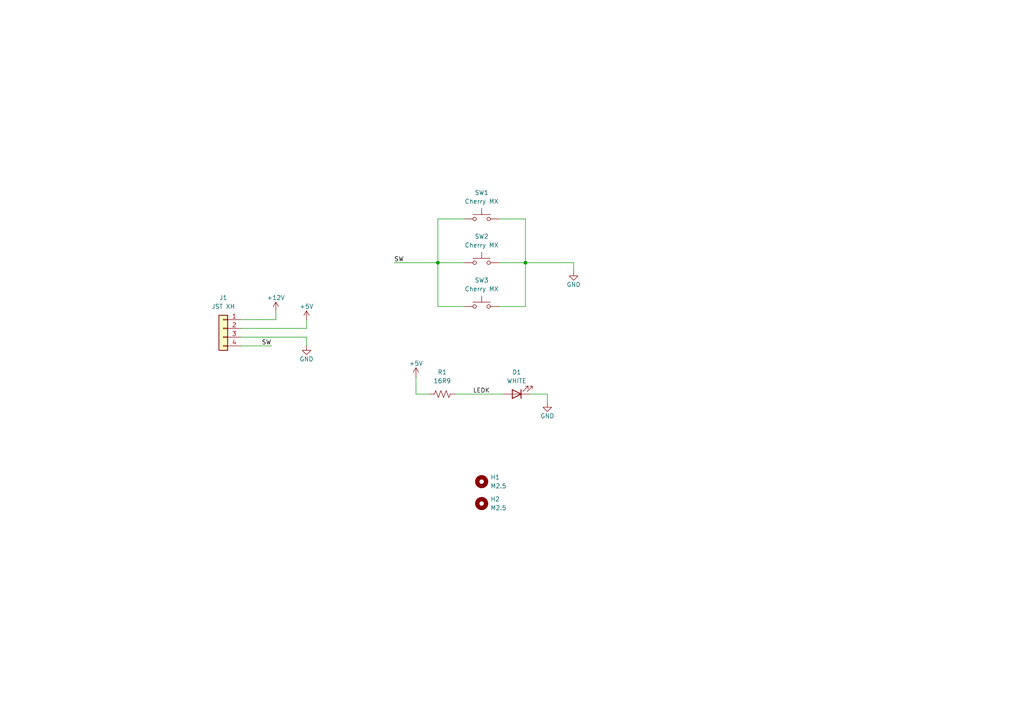
<source format=kicad_sch>
(kicad_sch (version 20231120) (generator "eeschema") (generator_version "8.0")
  (paper "A4")
  (lib_symbols
    (symbol "Connector_Generic:Conn_01x04" (pin_names (offset 1.016) hide)
      (property "Reference" "J" (at 0 5.08 0))
      (property "Value" "Conn_01x04" (at 0 -7.62 0))
      (symbol "Conn_01x04_1_1"
        (rectangle (start -1.27 -4.953) (end 0 -5.207) (stroke (width 0.1524)))
        (rectangle (start -1.27 -2.413) (end 0 -2.667) (stroke (width 0.1524)))
        (rectangle (start -1.27 0.127) (end 0 -0.127) (stroke (width 0.1524)))
        (rectangle (start -1.27 2.667) (end 0 2.413) (stroke (width 0.1524)))
        (rectangle (start -1.27 3.81) (end 1.27 -6.35) (stroke (width 0.254)) (fill (type background)))
        (pin passive line (at -5.08 2.54 0) (length 3.81) (name "Pin_1") (number "1"))
        (pin passive line (at -5.08 0 0) (length 3.81) (name "Pin_2") (number "2"))
        (pin passive line (at -5.08 -2.54 0) (length 3.81) (name "Pin_3") (number "3"))
        (pin passive line (at -5.08 -5.08 0) (length 3.81) (name "Pin_4") (number "4"))
      )
    )
    (symbol "Device:LED" (pin_numbers hide) (pin_names (offset 1.016) hide)
      (property "Reference" "D" (at 0 2.54 0))
      (property "Value" "LED" (at 0 -2.54 0))
      (symbol "LED_0_1"
        (polyline (pts (xy -1.27 -1.27) (xy -1.27 1.27)) (stroke (width 0.254)))
        (polyline (pts (xy -1.27 0) (xy 1.27 0)))
        (polyline (pts (xy 1.27 -1.27) (xy 1.27 1.27) (xy -1.27 0) (xy 1.27 -1.27)) (stroke (width 0.254)))
        (polyline (pts (xy -3.048 -0.762) (xy -4.572 -2.286) (xy -3.81 -2.286) (xy -4.572 -2.286) (xy -4.572 -1.524)))
        (polyline (pts (xy -1.778 -0.762) (xy -3.302 -2.286) (xy -2.54 -2.286) (xy -3.302 -2.286) (xy -3.302 -1.524)))
      )
      (symbol "LED_1_1"
        (pin passive line (at -3.81 0 0) (length 2.54) (name "K") (number "1"))
        (pin passive line (at 3.81 0 180) (length 2.54) (name "A") (number "2"))
      )
    )
    (symbol "Device:R_US" (pin_numbers hide) (pin_names (offset 0))
      (property "Reference" "R" (at 2.54 0 90))
      (property "Value" "R_US" (at -2.54 0 90))
      (symbol "R_US_0_1"
        (polyline (pts (xy 0 -2.286) (xy 0 -2.54)))
        (polyline (pts (xy 0 2.286) (xy 0 2.54)))
        (polyline (pts (xy 0 -0.762) (xy 1.016 -1.143) (xy 0 -1.524) (xy -1.016 -1.905) (xy 0 -2.286)))
        (polyline (pts (xy 0 0.762) (xy 1.016 0.381) (xy 0 0) (xy -1.016 -0.381) (xy 0 -0.762)))
        (polyline (pts (xy 0 2.286) (xy 1.016 1.905) (xy 0 1.524) (xy -1.016 1.143) (xy 0 0.762)))
      )
      (symbol "R_US_1_1"
        (pin passive line (at 0 3.81 270) (length 1.27) (name "~") (number "1"))
        (pin passive line (at 0 -3.81 90) (length 1.27) (name "~") (number "2"))
      )
    )
    (symbol "Mechanical:MountingHole" (pin_names (offset 1.016)) (exclude_from_sim yes) (in_bom no)
      (property "Reference" "H" (at 0 5.08 0))
      (property "Value" "MountingHole" (at 0 3.175 0))
      (symbol "MountingHole_0_1"
        (circle (center 0 0) (radius 1.27) (stroke (width 1.27)))
      )
    )
    (symbol "Switch:SW_Push" (pin_numbers hide) (pin_names (offset 1.016) hide)
      (property "Reference" "SW" (at 1.27 2.54 0))
      (property "Value" "SW_Push" (at 0 -1.524 0))
      (symbol "SW_Push_0_1"
        (circle (center -2.032 0) (radius 0.508))
        (polyline (pts (xy 0 1.27) (xy 0 3.048)))
        (polyline (pts (xy 2.54 1.27) (xy -2.54 1.27)))
        (circle (center 2.032 0) (radius 0.508))
        (pin passive line (at -5.08 0 0) (length 2.54) (name "1") (number "1"))
        (pin passive line (at 5.08 0 180) (length 2.54) (name "2") (number "2"))
      )
    )
    (symbol "power:+12V" (power) (pin_numbers hide) (pin_names (offset 0) hide)
      (property "Value" "+12V" (at 0 3.556 0))
      (symbol "+12V_0_1"
        (polyline (pts (xy -0.762 1.27) (xy 0 2.54)))
        (polyline (pts (xy 0 0) (xy 0 2.54)))
        (polyline (pts (xy 0 2.54) (xy 0.762 1.27)))
      )
      (symbol "+12V_1_1"
        (pin power_in line (at 0 0 90) (length 0) (name "~") (number "1"))
      )
    )
    (symbol "power:+5V" (power) (pin_numbers hide) (pin_names (offset 0) hide)
      (property "Value" "+5V" (at 0 3.556 0))
      (symbol "+5V_0_1"
        (polyline (pts (xy -0.762 1.27) (xy 0 2.54)))
        (polyline (pts (xy 0 0) (xy 0 2.54)))
        (polyline (pts (xy 0 2.54) (xy 0.762 1.27)))
      )
      (symbol "+5V_1_1"
        (pin power_in line (at 0 0 90) (length 0) (name "~") (number "1"))
      )
    )
    (symbol "power:GND" (power) (pin_numbers hide) (pin_names (offset 0) hide)
      (property "Value" "GND" (at 0 -3.81 0))
      (symbol "GND_0_1"
        (polyline (pts (xy 0 0) (xy 0 -1.27) (xy 1.27 -1.27) (xy 0 -2.54) (xy -1.27 -1.27) (xy 0 -1.27)))
      )
      (symbol "GND_1_1"
        (pin power_in line (at 0 0 270) (length 0) (name "~") (number "1"))
      )
    )
  )
  (junction (at 127 76.2))
  (junction (at 152.4 76.2))
  (wire (pts (xy 69.85 97.79) (xy 88.9 97.79)))
  (wire (pts (xy 80.01 92.71) (xy 80.01 90.17)))
  (wire (pts (xy 144.78 63.5) (xy 152.4 63.5)))
  (wire (pts (xy 158.75 114.3) (xy 158.75 116.84)))
  (wire (pts (xy 144.78 76.2) (xy 152.4 76.2)))
  (wire (pts (xy 132.08 114.3) (xy 146.05 114.3)))
  (wire (pts (xy 127 63.5) (xy 127 76.2)))
  (wire (pts (xy 134.62 63.5) (xy 127 63.5)))
  (wire (pts (xy 127 76.2) (xy 127 88.9)))
  (wire (pts (xy 114.3 76.2) (xy 127 76.2)))
  (wire (pts (xy 152.4 76.2) (xy 166.37 76.2)))
  (wire (pts (xy 69.85 92.71) (xy 80.01 92.71)))
  (wire (pts (xy 152.4 76.2) (xy 152.4 88.9)))
  (wire (pts (xy 152.4 63.5) (xy 152.4 76.2)))
  (wire (pts (xy 153.67 114.3) (xy 158.75 114.3)))
  (wire (pts (xy 120.65 109.22) (xy 120.65 114.3)))
  (wire (pts (xy 69.85 100.33) (xy 78.74 100.33)))
  (wire (pts (xy 88.9 95.25) (xy 88.9 92.71)))
  (wire (pts (xy 69.85 95.25) (xy 88.9 95.25)))
  (wire (pts (xy 127 76.2) (xy 134.62 76.2)))
  (wire (pts (xy 152.4 88.9) (xy 144.78 88.9)))
  (wire (pts (xy 120.65 114.3) (xy 124.46 114.3)))
  (wire (pts (xy 88.9 97.79) (xy 88.9 100.33)))
  (wire (pts (xy 166.37 76.2) (xy 166.37 78.74)))
  (wire (pts (xy 127 88.9) (xy 134.62 88.9)))
  (label "LEDK" (at 137.16 114.3 0))
  (label "SW" (at 114.3 76.2 0))
  (label "SW" (at 78.74 100.33 180))
  (symbol (lib_id "power:GND") (at 158.75 116.84 0) (unit 1)
    (property "Reference" "#PWR01" (effects (hide yes)))
    (property "Value" "GND" (at 158.75 120.65 0))
    (property "Description" "Power symbol creates a global label with name \"GND\" , ground" (effects (hide yes)))
  )
  (symbol (lib_id "power:GND") (at 88.9 100.33 0) (unit 1)
    (property "Reference" "#PWR0103" (effects (hide yes)))
    (property "Value" "GND" (at 88.9 104.14 0))
    (property "Description" "Power symbol creates a global label with name \"GND\" , ground" (effects (hide yes)))
  )
  (symbol (lib_id "power:+5V") (at 120.65 109.22 0) (unit 1)
    (property "Reference" "#PWR02" (effects (hide yes)))
    (property "Value" "+5V" (at 120.65 105.41 0))
    (property "Description" "Power symbol creates a global label with name \"+5V\"" (effects (hide yes)))
  )
  (symbol (lib_id "Device:R_US") (at 128.27 114.3 90) (unit 1)
    (property "Reference" "R1" (at 128.27 107.95 90))
    (property "Value" "16R9" (at 128.27 110.49 90))
    (property "Footprint" "Resistor_SMD:R_1210_3225Metric_Pad1.30x2.65mm_HandSolder" (effects (hide yes)))
    (property "Description" "Resistor, US symbol" (effects (hide yes)))
    (property "MPN" "C230050" (effects (hide yes)))
  )
  (symbol (lib_id "Mechanical:MountingHole") (at 139.7 146.05 0) (unit 1) (exclude_from_sim yes) (in_bom no)
    (property "Reference" "H2" (at 142.24 144.7799 0) (effects (justify left)))
    (property "Value" "M2.5" (at 142.24 147.3199 0) (effects (justify left)))
    (property "Footprint" "MountingHole:MountingHole_2.7mm_M2.5_DIN965" (effects (hide yes)))
    (property "Description" "Mounting Hole without connection" (effects (hide yes)))
  )
  (symbol (lib_id "power:+12V") (at 80.01 90.17 0) (unit 1)
    (property "Reference" "#PWR0104" (effects (hide yes)))
    (property "Value" "+12V" (at 80.01 86.36 0))
    (property "Description" "Power symbol creates a global label with name \"+12V\"" (effects (hide yes)))
  )
  (symbol (lib_id "Connector_Generic:Conn_01x04") (at 64.77 95.25 0) (mirror y) (unit 1)
    (property "Reference" "J1" (at 64.77 86.36 0))
    (property "Value" "JST XH" (at 64.77 88.9 0))
    (property "Footprint" "Connector_JST:JST_XH_S4B-XH-A_1x04_P2.50mm_Horizontal" (effects (hide yes)))
    (property "Description" "Generic connector, single row, 01x04, script generated (kicad-library-utils/schlib/autogen/connector/)" (effects (hide yes)))
  )
  (symbol (lib_id "Mechanical:MountingHole") (at 139.7 139.7 0) (unit 1) (exclude_from_sim yes) (in_bom no)
    (property "Reference" "H1" (at 142.24 138.4299 0) (effects (justify left)))
    (property "Value" "M2.5" (at 142.24 140.9699 0) (effects (justify left)))
    (property "Footprint" "MountingHole:MountingHole_2.7mm_M2.5_DIN965" (effects (hide yes)))
    (property "Description" "Mounting Hole without connection" (effects (hide yes)))
  )
  (symbol (lib_id "Switch:SW_Push") (at 139.7 88.9 0) (unit 1)
    (property "Reference" "SW3" (at 139.7 81.28 0))
    (property "Value" "Cherry MX" (at 139.7 83.82 0))
    (property "Footprint" "Button_Switch_Keyboard:SW_Cherry_MX_1.00u_PCB" (effects (hide yes)))
    (property "Description" "Push button switch, generic, two pins" (effects (hide yes)))
    (property "MPN" "C400229" (effects (hide yes)))
  )
  (symbol (lib_id "power:+5V") (at 88.9 92.71 0) (unit 1)
    (property "Reference" "#PWR0102" (effects (hide yes)))
    (property "Value" "+5V" (at 88.9 88.9 0))
    (property "Description" "Power symbol creates a global label with name \"+5V\"" (effects (hide yes)))
  )
  (symbol (lib_id "Device:LED") (at 149.86 114.3 180) (unit 1)
    (property "Reference" "D1" (at 149.86 107.95 0))
    (property "Value" "WHITE" (at 149.86 110.49 0))
    (property "Footprint" "LED_SMD:LED_PLCC_2835_Handsoldering" (effects (hide yes)))
    (property "Description" "Light emitting diode" (effects (hide yes)))
    (property "MPN" "C210322" (effects (hide yes)))
  )
  (symbol (lib_id "Switch:SW_Push") (at 139.7 76.2 0) (unit 1)
    (property "Reference" "SW2" (at 139.7 68.58 0))
    (property "Value" "Cherry MX" (at 139.7 71.12 0))
    (property "Footprint" "Button_Switch_Keyboard:SW_Cherry_MX_1.00u_PCB" (effects (hide yes)))
    (property "Description" "Push button switch, generic, two pins" (effects (hide yes)))
    (property "MPN" "C400229" (effects (hide yes)))
  )
  (symbol (lib_id "Switch:SW_Push") (at 139.7 63.5 0) (unit 1)
    (property "Reference" "SW1" (at 139.7 55.88 0))
    (property "Value" "Cherry MX" (at 139.7 58.42 0))
    (property "Footprint" "Button_Switch_Keyboard:SW_Cherry_MX_1.00u_PCB" (effects (hide yes)))
    (property "Description" "Push button switch, generic, two pins" (effects (hide yes)))
    (property "MPN" "C400229" (effects (hide yes)))
  )
  (symbol (lib_id "power:GND") (at 166.37 78.74 0) (unit 1)
    (property "Reference" "#PWR0101" (effects (hide yes)))
    (property "Value" "GND" (at 166.37 82.55 0))
    (property "Description" "Power symbol creates a global label with name \"GND\" , ground" (effects (hide yes)))
  )
)
</source>
